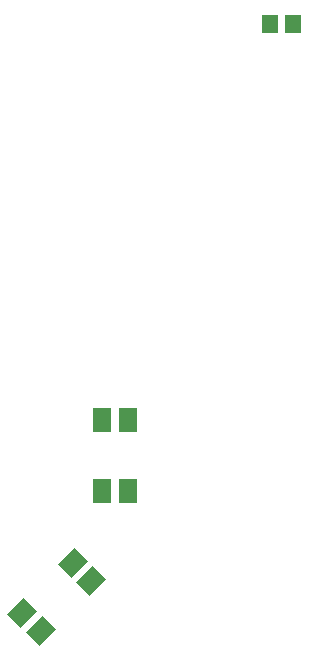
<source format=gbp>
G04 Layer_Color=128*
%FSLAX25Y25*%
%MOIN*%
G70*
G01*
G75*
%ADD11R,0.05512X0.05906*%
G04:AMPARAMS|DCode=12|XSize=78.74mil|YSize=62.99mil|CornerRadius=0mil|HoleSize=0mil|Usage=FLASHONLY|Rotation=225.000|XOffset=0mil|YOffset=0mil|HoleType=Round|Shape=Rectangle|*
%AMROTATEDRECTD12*
4,1,4,0.00557,0.05011,0.05011,0.00557,-0.00557,-0.05011,-0.05011,-0.00557,0.00557,0.05011,0.0*
%
%ADD12ROTATEDRECTD12*%

%ADD13R,0.06299X0.07874*%
D11*
X51563Y171500D02*
D03*
X59437D02*
D03*
D12*
X-8073Y-14198D02*
D03*
X-24777Y-30901D02*
D03*
X-14198Y-8073D02*
D03*
X-30901Y-24776D02*
D03*
D13*
X-4331Y15748D02*
D03*
X-4331Y39370D02*
D03*
X4331Y15748D02*
D03*
Y39370D02*
D03*
M02*

</source>
